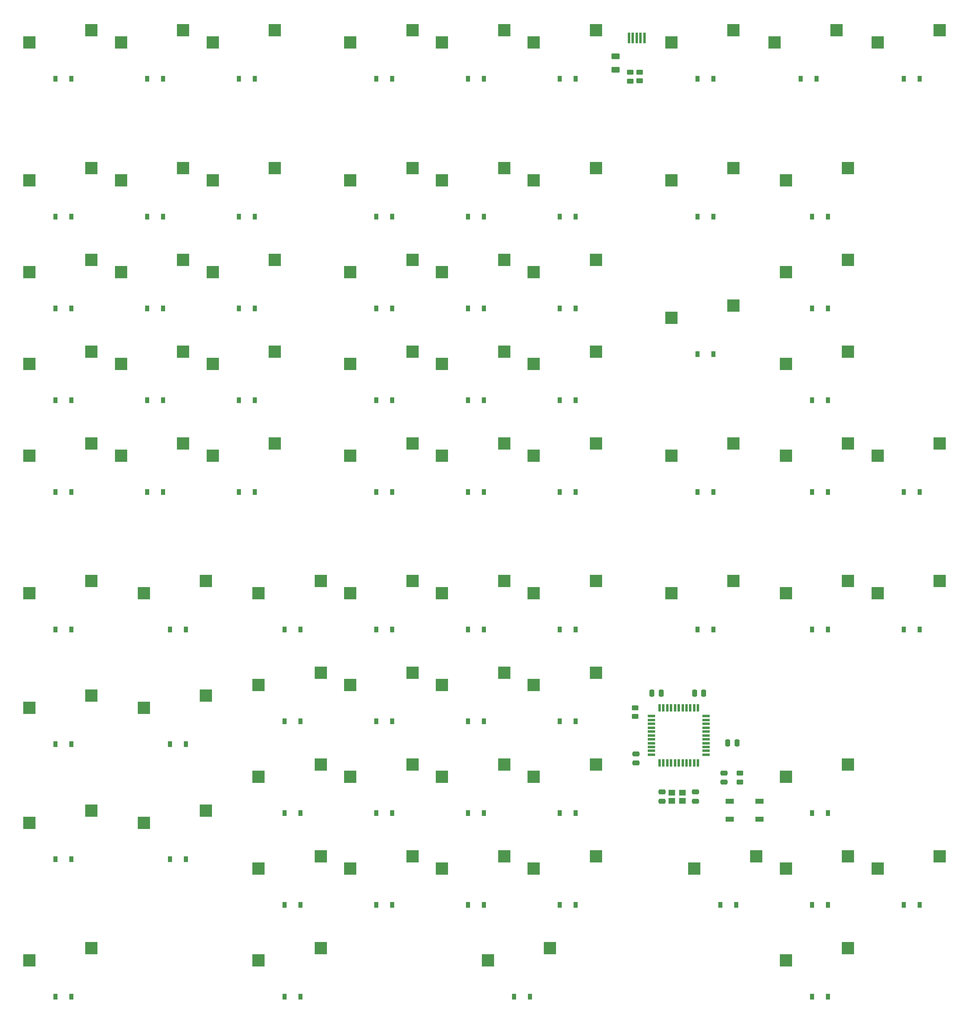
<source format=gbr>
%TF.GenerationSoftware,KiCad,Pcbnew,(6.0.11)*%
%TF.CreationDate,2023-02-04T12:28:33-08:00*%
%TF.ProjectId,MA Command Keyboard changed footprint,4d412043-6f6d-46d6-916e-64204b657962,rev?*%
%TF.SameCoordinates,Original*%
%TF.FileFunction,Paste,Bot*%
%TF.FilePolarity,Positive*%
%FSLAX46Y46*%
G04 Gerber Fmt 4.6, Leading zero omitted, Abs format (unit mm)*
G04 Created by KiCad (PCBNEW (6.0.11)) date 2023-02-04 12:28:33*
%MOMM*%
%LPD*%
G01*
G04 APERTURE LIST*
G04 Aperture macros list*
%AMRoundRect*
0 Rectangle with rounded corners*
0 $1 Rounding radius*
0 $2 $3 $4 $5 $6 $7 $8 $9 X,Y pos of 4 corners*
0 Add a 4 corners polygon primitive as box body*
4,1,4,$2,$3,$4,$5,$6,$7,$8,$9,$2,$3,0*
0 Add four circle primitives for the rounded corners*
1,1,$1+$1,$2,$3*
1,1,$1+$1,$4,$5*
1,1,$1+$1,$6,$7*
1,1,$1+$1,$8,$9*
0 Add four rect primitives between the rounded corners*
20,1,$1+$1,$2,$3,$4,$5,0*
20,1,$1+$1,$4,$5,$6,$7,0*
20,1,$1+$1,$6,$7,$8,$9,0*
20,1,$1+$1,$8,$9,$2,$3,0*%
G04 Aperture macros list end*
%ADD10RoundRect,0.250000X-0.450000X0.262500X-0.450000X-0.262500X0.450000X-0.262500X0.450000X0.262500X0*%
%ADD11R,2.550000X2.500000*%
%ADD12R,0.900000X1.200000*%
%ADD13RoundRect,0.250000X-0.475000X0.250000X-0.475000X-0.250000X0.475000X-0.250000X0.475000X0.250000X0*%
%ADD14RoundRect,0.250000X0.475000X-0.250000X0.475000X0.250000X-0.475000X0.250000X-0.475000X-0.250000X0*%
%ADD15R,1.400000X1.200000*%
%ADD16RoundRect,0.250000X-0.250000X-0.475000X0.250000X-0.475000X0.250000X0.475000X-0.250000X0.475000X0*%
%ADD17RoundRect,0.250000X0.450000X-0.262500X0.450000X0.262500X-0.450000X0.262500X-0.450000X-0.262500X0*%
%ADD18R,0.500000X2.250000*%
%ADD19RoundRect,0.250000X0.250000X0.475000X-0.250000X0.475000X-0.250000X-0.475000X0.250000X-0.475000X0*%
%ADD20RoundRect,0.250000X-0.625000X0.375000X-0.625000X-0.375000X0.625000X-0.375000X0.625000X0.375000X0*%
%ADD21R,1.500000X0.550000*%
%ADD22R,0.550000X1.500000*%
%ADD23R,1.800000X1.100000*%
G04 APERTURE END LIST*
D10*
%TO.C,R1*%
X-209300000Y-59220000D03*
X-209300000Y-61045000D03*
%TD*%
%TO.C,R2*%
X-207370000Y-61025000D03*
X-207370000Y-59200000D03*
%TD*%
D11*
%TO.C,MX74*%
X-176976100Y-224497900D03*
X-164076100Y-221957900D03*
%TD*%
%TO.C,MX73*%
X-176976100Y-243547900D03*
X-164076100Y-241007900D03*
%TD*%
%TO.C,MX72*%
X-229363600Y-224497900D03*
X-216463600Y-221957900D03*
%TD*%
%TO.C,MX71*%
X-238888600Y-243547900D03*
X-225988600Y-241007900D03*
%TD*%
%TO.C,MX70*%
X-248413600Y-224497900D03*
X-235513600Y-221957900D03*
%TD*%
%TO.C,MX69*%
X-267463600Y-224497900D03*
X-254563600Y-221957900D03*
%TD*%
%TO.C,MX68*%
X-286513600Y-224497900D03*
X-273613600Y-221957900D03*
%TD*%
%TO.C,MX67*%
X-286513600Y-243547900D03*
X-273613600Y-241007900D03*
%TD*%
%TO.C,MX66*%
X-334138600Y-243547900D03*
X-321238600Y-241007900D03*
%TD*%
%TO.C,MX65*%
X-157926100Y-224497900D03*
X-145026100Y-221957900D03*
%TD*%
%TO.C,MX64*%
X-176976100Y-205447900D03*
X-164076100Y-202907900D03*
%TD*%
%TO.C,MX63*%
X-196026100Y-224497900D03*
X-183126100Y-221957900D03*
%TD*%
%TO.C,MX62*%
X-229363600Y-205447900D03*
X-216463600Y-202907900D03*
%TD*%
%TO.C,MX61*%
X-248413600Y-205447900D03*
X-235513600Y-202907900D03*
%TD*%
%TO.C,MX60*%
X-267463600Y-205447900D03*
X-254563600Y-202907900D03*
%TD*%
%TO.C,MX59*%
X-286513600Y-205447900D03*
X-273613600Y-202907900D03*
%TD*%
%TO.C,MX58*%
X-310326100Y-214972900D03*
X-297426100Y-212432900D03*
%TD*%
%TO.C,MX57*%
X-334138600Y-214972900D03*
X-321238600Y-212432900D03*
%TD*%
%TO.C,MX56*%
X-229363600Y-186397900D03*
X-216463600Y-183857900D03*
%TD*%
%TO.C,MX55*%
X-248413600Y-186397900D03*
X-235513600Y-183857900D03*
%TD*%
%TO.C,MX54*%
X-267463600Y-186397900D03*
X-254563600Y-183857900D03*
%TD*%
%TO.C,MX53*%
X-286513600Y-186397900D03*
X-273613600Y-183857900D03*
%TD*%
%TO.C,MX52*%
X-310326100Y-191160400D03*
X-297426100Y-188620400D03*
%TD*%
%TO.C,MX51*%
X-334138600Y-191160400D03*
X-321238600Y-188620400D03*
%TD*%
%TO.C,MX50*%
X-157926100Y-167347900D03*
X-145026100Y-164807900D03*
%TD*%
%TO.C,MX49*%
X-176976100Y-167347900D03*
X-164076100Y-164807900D03*
%TD*%
%TO.C,MX48*%
X-200788600Y-167347900D03*
X-187888600Y-164807900D03*
%TD*%
%TO.C,MX47*%
X-229363600Y-167347900D03*
X-216463600Y-164807900D03*
%TD*%
%TO.C,MX46*%
X-248413600Y-167347900D03*
X-235513600Y-164807900D03*
%TD*%
%TO.C,MX45*%
X-267463600Y-167347900D03*
X-254563600Y-164807900D03*
%TD*%
%TO.C,MX44*%
X-286513600Y-167347900D03*
X-273613600Y-164807900D03*
%TD*%
%TO.C,MX43*%
X-310326100Y-167347900D03*
X-297426100Y-164807900D03*
%TD*%
%TO.C,MX42*%
X-334138600Y-167347900D03*
X-321238600Y-164807900D03*
%TD*%
%TO.C,MX41*%
X-157926100Y-138772900D03*
X-145026100Y-136232900D03*
%TD*%
%TO.C,MX40*%
X-176976100Y-138772900D03*
X-164076100Y-136232900D03*
%TD*%
%TO.C,MX39*%
X-200788600Y-138772900D03*
X-187888600Y-136232900D03*
%TD*%
%TO.C,MX38*%
X-229363600Y-138772900D03*
X-216463600Y-136232900D03*
%TD*%
%TO.C,MX37*%
X-248413600Y-138772900D03*
X-235513600Y-136232900D03*
%TD*%
%TO.C,MX36*%
X-267463600Y-138772900D03*
X-254563600Y-136232900D03*
%TD*%
%TO.C,MX35*%
X-296038600Y-138772900D03*
X-283138600Y-136232900D03*
%TD*%
%TO.C,MX34*%
X-315088600Y-138772900D03*
X-302188600Y-136232900D03*
%TD*%
%TO.C,MX33*%
X-334138600Y-138772900D03*
X-321238600Y-136232900D03*
%TD*%
%TO.C,MX32*%
X-176976100Y-119722900D03*
X-164076100Y-117182900D03*
%TD*%
%TO.C,MX31*%
X-200788600Y-110197900D03*
X-187888600Y-107657900D03*
%TD*%
%TO.C,MX30*%
X-229363600Y-119722900D03*
X-216463600Y-117182900D03*
%TD*%
%TO.C,MX29*%
X-248413600Y-119722900D03*
X-235513600Y-117182900D03*
%TD*%
%TO.C,MX28*%
X-267463600Y-119722900D03*
X-254563600Y-117182900D03*
%TD*%
%TO.C,MX27*%
X-296038600Y-119722900D03*
X-283138600Y-117182900D03*
%TD*%
%TO.C,MX26*%
X-315088600Y-119722900D03*
X-302188600Y-117182900D03*
%TD*%
%TO.C,MX25*%
X-334138600Y-119722900D03*
X-321238600Y-117182900D03*
%TD*%
%TO.C,MX24*%
X-176976100Y-100672900D03*
X-164076100Y-98132900D03*
%TD*%
%TO.C,MX23*%
X-229363600Y-100672900D03*
X-216463600Y-98132900D03*
%TD*%
%TO.C,MX22*%
X-248413600Y-100672900D03*
X-235513600Y-98132900D03*
%TD*%
%TO.C,MX21*%
X-267463600Y-100672900D03*
X-254563600Y-98132900D03*
%TD*%
%TO.C,MX20*%
X-296038600Y-100672900D03*
X-283138600Y-98132900D03*
%TD*%
%TO.C,MX19*%
X-315088600Y-100672900D03*
X-302188600Y-98132900D03*
%TD*%
%TO.C,MX18*%
X-334138600Y-100672900D03*
X-321238600Y-98132900D03*
%TD*%
%TO.C,MX17*%
X-176976100Y-81622900D03*
X-164076100Y-79082900D03*
%TD*%
%TO.C,MX16*%
X-200788600Y-81622900D03*
X-187888600Y-79082900D03*
%TD*%
%TO.C,MX15*%
X-229363600Y-81622900D03*
X-216463600Y-79082900D03*
%TD*%
%TO.C,MX14*%
X-248413600Y-81622900D03*
X-235513600Y-79082900D03*
%TD*%
%TO.C,MX13*%
X-267463600Y-81622900D03*
X-254563600Y-79082900D03*
%TD*%
%TO.C,MX12*%
X-296038600Y-81622900D03*
X-283138600Y-79082900D03*
%TD*%
%TO.C,MX11*%
X-315088600Y-81622900D03*
X-302188600Y-79082900D03*
%TD*%
%TO.C,MX10*%
X-334138600Y-81622900D03*
X-321238600Y-79082900D03*
%TD*%
%TO.C,MX9*%
X-157926100Y-53047900D03*
X-145026100Y-50507900D03*
%TD*%
%TO.C,MX8*%
X-179357350Y-53047900D03*
X-166457350Y-50507900D03*
%TD*%
%TO.C,MX7*%
X-200788600Y-53047900D03*
X-187888600Y-50507900D03*
%TD*%
%TO.C,MX6*%
X-229363600Y-53047900D03*
X-216463600Y-50507900D03*
%TD*%
%TO.C,MX5*%
X-248413600Y-53047900D03*
X-235513600Y-50507900D03*
%TD*%
%TO.C,MX4*%
X-267463600Y-53047900D03*
X-254563600Y-50507900D03*
%TD*%
%TO.C,MX3*%
X-296038600Y-53047900D03*
X-283138600Y-50507900D03*
%TD*%
%TO.C,MX2*%
X-315088600Y-53047900D03*
X-302188600Y-50507900D03*
%TD*%
%TO.C,MX1*%
X-334138600Y-53047900D03*
X-321238600Y-50507900D03*
%TD*%
D12*
%TO.C,D24*%
X-171566500Y-108204000D03*
X-168266500Y-108204000D03*
%TD*%
%TO.C,D53*%
X-281104000Y-193929000D03*
X-277804000Y-193929000D03*
%TD*%
%TO.C,D29*%
X-243004000Y-127254000D03*
X-239704000Y-127254000D03*
%TD*%
D13*
%TO.C,C5*%
X-208131250Y-200662500D03*
X-208131250Y-202562500D03*
%TD*%
D12*
%TO.C,D6*%
X-223954000Y-60579000D03*
X-220654000Y-60579000D03*
%TD*%
D14*
%TO.C,C1*%
X-202680000Y-210480000D03*
X-202680000Y-208580000D03*
%TD*%
D15*
%TO.C,Y1*%
X-200641500Y-208700000D03*
X-198441500Y-208700000D03*
X-198441500Y-210400000D03*
X-200641500Y-210400000D03*
%TD*%
D12*
%TO.C,D33*%
X-328729000Y-146304000D03*
X-325429000Y-146304000D03*
%TD*%
%TO.C,D13*%
X-262054000Y-89154000D03*
X-258754000Y-89154000D03*
%TD*%
%TO.C,D11*%
X-309679000Y-89154000D03*
X-306379000Y-89154000D03*
%TD*%
%TO.C,D9*%
X-152516500Y-60579000D03*
X-149216500Y-60579000D03*
%TD*%
%TO.C,D19*%
X-309679000Y-108204000D03*
X-306379000Y-108204000D03*
%TD*%
%TO.C,D52*%
X-304916500Y-198691500D03*
X-301616500Y-198691500D03*
%TD*%
D16*
%TO.C,C4*%
X-204786252Y-188060000D03*
X-202886252Y-188060000D03*
%TD*%
D17*
%TO.C,R3*%
X-186531250Y-206493750D03*
X-186531250Y-204668750D03*
%TD*%
D12*
%TO.C,D8*%
X-173947750Y-60579000D03*
X-170647750Y-60579000D03*
%TD*%
%TO.C,D73*%
X-171566500Y-251079000D03*
X-168266500Y-251079000D03*
%TD*%
%TO.C,D39*%
X-195379000Y-146304000D03*
X-192079000Y-146304000D03*
%TD*%
%TO.C,D59*%
X-281104000Y-212979000D03*
X-277804000Y-212979000D03*
%TD*%
%TO.C,D34*%
X-309679000Y-146304000D03*
X-306379000Y-146304000D03*
%TD*%
%TO.C,D54*%
X-262054000Y-193929000D03*
X-258754000Y-193929000D03*
%TD*%
%TO.C,D15*%
X-223954000Y-89154000D03*
X-220654000Y-89154000D03*
%TD*%
%TO.C,D63*%
X-190616500Y-232029000D03*
X-187316500Y-232029000D03*
%TD*%
%TO.C,D36*%
X-262054000Y-146304000D03*
X-258754000Y-146304000D03*
%TD*%
%TO.C,D62*%
X-223954000Y-212979000D03*
X-220654000Y-212979000D03*
%TD*%
D18*
%TO.C,USB1*%
X-206362500Y-52125000D03*
X-207162500Y-52125000D03*
X-207962500Y-52125000D03*
X-208762500Y-52125000D03*
X-209562500Y-52125000D03*
%TD*%
D12*
%TO.C,D31*%
X-195379000Y-117729000D03*
X-192079000Y-117729000D03*
%TD*%
%TO.C,D22*%
X-243004000Y-108204000D03*
X-239704000Y-108204000D03*
%TD*%
%TO.C,D17*%
X-171566500Y-89154000D03*
X-168266500Y-89154000D03*
%TD*%
%TO.C,D14*%
X-243004000Y-89154000D03*
X-239704000Y-89154000D03*
%TD*%
%TO.C,D4*%
X-262054000Y-60579000D03*
X-258754000Y-60579000D03*
%TD*%
D13*
%TO.C,C2*%
X-195800000Y-210500000D03*
X-195800000Y-208600000D03*
%TD*%
D12*
%TO.C,D3*%
X-290629000Y-60579000D03*
X-287329000Y-60579000D03*
%TD*%
%TO.C,D23*%
X-223954000Y-108204000D03*
X-220654000Y-108204000D03*
%TD*%
%TO.C,D43*%
X-304916500Y-174879000D03*
X-301616500Y-174879000D03*
%TD*%
%TO.C,D51*%
X-328729000Y-198691500D03*
X-325429000Y-198691500D03*
%TD*%
%TO.C,D64*%
X-171566500Y-212979000D03*
X-168266500Y-212979000D03*
%TD*%
%TO.C,D55*%
X-243004000Y-193929000D03*
X-239704000Y-193929000D03*
%TD*%
%TO.C,D61*%
X-243004000Y-212979000D03*
X-239704000Y-212979000D03*
%TD*%
%TO.C,D70*%
X-243004000Y-232029000D03*
X-239704000Y-232029000D03*
%TD*%
%TO.C,D28*%
X-262054000Y-127254000D03*
X-258754000Y-127254000D03*
%TD*%
%TO.C,D21*%
X-262054000Y-108204000D03*
X-258754000Y-108204000D03*
%TD*%
%TO.C,D44*%
X-281104000Y-174879000D03*
X-277804000Y-174879000D03*
%TD*%
%TO.C,D40*%
X-171566500Y-146304000D03*
X-168266500Y-146304000D03*
%TD*%
%TO.C,D41*%
X-152516500Y-146304000D03*
X-149216500Y-146304000D03*
%TD*%
%TO.C,D7*%
X-195379000Y-60579000D03*
X-192079000Y-60579000D03*
%TD*%
%TO.C,D65*%
X-152516500Y-232029000D03*
X-149216500Y-232029000D03*
%TD*%
%TO.C,D69*%
X-262054000Y-232029000D03*
X-258754000Y-232029000D03*
%TD*%
%TO.C,D18*%
X-328729000Y-108204000D03*
X-325429000Y-108204000D03*
%TD*%
%TO.C,D26*%
X-309679000Y-127254000D03*
X-306379000Y-127254000D03*
%TD*%
D13*
%TO.C,C6*%
X-189875000Y-204631250D03*
X-189875000Y-206531250D03*
%TD*%
D12*
%TO.C,D71*%
X-233479000Y-251079000D03*
X-230179000Y-251079000D03*
%TD*%
%TO.C,D47*%
X-223954000Y-174879000D03*
X-220654000Y-174879000D03*
%TD*%
%TO.C,D25*%
X-328729000Y-127254000D03*
X-325429000Y-127254000D03*
%TD*%
%TO.C,D5*%
X-243004000Y-60579000D03*
X-239704000Y-60579000D03*
%TD*%
%TO.C,D20*%
X-290629000Y-108204000D03*
X-287329000Y-108204000D03*
%TD*%
D19*
%TO.C,C7*%
X-194051248Y-188060000D03*
X-195951248Y-188060000D03*
%TD*%
D12*
%TO.C,D42*%
X-328729000Y-174879000D03*
X-325429000Y-174879000D03*
%TD*%
D20*
%TO.C,F1*%
X-212344000Y-58737500D03*
X-212344000Y-55937500D03*
%TD*%
D12*
%TO.C,D66*%
X-328729000Y-251079000D03*
X-325429000Y-251079000D03*
%TD*%
%TO.C,D46*%
X-243004000Y-174879000D03*
X-239704000Y-174879000D03*
%TD*%
%TO.C,D50*%
X-152516500Y-174879000D03*
X-149216500Y-174879000D03*
%TD*%
%TO.C,D58*%
X-304916500Y-222504000D03*
X-301616500Y-222504000D03*
%TD*%
%TO.C,D45*%
X-262054000Y-174879000D03*
X-258754000Y-174879000D03*
%TD*%
%TO.C,D74*%
X-171566500Y-232029000D03*
X-168266500Y-232029000D03*
%TD*%
%TO.C,D72*%
X-223954000Y-232029000D03*
X-220654000Y-232029000D03*
%TD*%
D17*
%TO.C,R4*%
X-208280000Y-191111500D03*
X-208280000Y-192936500D03*
%TD*%
D12*
%TO.C,D37*%
X-243004000Y-146304000D03*
X-239704000Y-146304000D03*
%TD*%
%TO.C,D1*%
X-328729000Y-60579000D03*
X-325429000Y-60579000D03*
%TD*%
%TO.C,D48*%
X-195379000Y-174879000D03*
X-192079000Y-174879000D03*
%TD*%
D21*
%TO.C,U1*%
X-193531250Y-192850000D03*
X-193531250Y-193650000D03*
X-193531250Y-194450000D03*
X-193531250Y-195250000D03*
X-193531250Y-196050000D03*
X-193531250Y-196850000D03*
X-193531250Y-197650000D03*
X-193531250Y-198450000D03*
X-193531250Y-199250000D03*
X-193531250Y-200050000D03*
X-193531250Y-200850000D03*
D22*
X-195231250Y-202550000D03*
X-196031250Y-202550000D03*
X-196831250Y-202550000D03*
X-197631250Y-202550000D03*
X-198431250Y-202550000D03*
X-199231250Y-202550000D03*
X-200031250Y-202550000D03*
X-200831250Y-202550000D03*
X-201631250Y-202550000D03*
X-202431250Y-202550000D03*
X-203231250Y-202550000D03*
D21*
X-204931250Y-200850000D03*
X-204931250Y-200050000D03*
X-204931250Y-199250000D03*
X-204931250Y-198450000D03*
X-204931250Y-197650000D03*
X-204931250Y-196850000D03*
X-204931250Y-196050000D03*
X-204931250Y-195250000D03*
X-204931250Y-194450000D03*
X-204931250Y-193650000D03*
X-204931250Y-192850000D03*
D22*
X-203231250Y-191150000D03*
X-202431250Y-191150000D03*
X-201631250Y-191150000D03*
X-200831250Y-191150000D03*
X-200031250Y-191150000D03*
X-199231250Y-191150000D03*
X-198431250Y-191150000D03*
X-197631250Y-191150000D03*
X-196831250Y-191150000D03*
X-196031250Y-191150000D03*
X-195231250Y-191150000D03*
%TD*%
D12*
%TO.C,D30*%
X-223954000Y-127254000D03*
X-220654000Y-127254000D03*
%TD*%
%TO.C,D56*%
X-223954000Y-193929000D03*
X-220654000Y-193929000D03*
%TD*%
%TO.C,D49*%
X-171566500Y-174879000D03*
X-168266500Y-174879000D03*
%TD*%
%TO.C,D27*%
X-290629000Y-127254000D03*
X-287329000Y-127254000D03*
%TD*%
%TO.C,D2*%
X-309679000Y-60579000D03*
X-306379000Y-60579000D03*
%TD*%
%TO.C,D38*%
X-223954000Y-146304000D03*
X-220654000Y-146304000D03*
%TD*%
%TO.C,D32*%
X-171566500Y-127254000D03*
X-168266500Y-127254000D03*
%TD*%
%TO.C,D67*%
X-281104000Y-251079000D03*
X-277804000Y-251079000D03*
%TD*%
D16*
%TO.C,C3*%
X-189068750Y-198437500D03*
X-187168750Y-198437500D03*
%TD*%
D23*
%TO.C,SW1*%
X-188660000Y-214200000D03*
X-182460000Y-210500000D03*
X-188660000Y-210500000D03*
X-182460000Y-214200000D03*
%TD*%
D12*
%TO.C,D12*%
X-290629000Y-89154000D03*
X-287329000Y-89154000D03*
%TD*%
%TO.C,D10*%
X-328729000Y-89154000D03*
X-325429000Y-89154000D03*
%TD*%
%TO.C,D60*%
X-262054000Y-212979000D03*
X-258754000Y-212979000D03*
%TD*%
%TO.C,D35*%
X-290629000Y-146304000D03*
X-287329000Y-146304000D03*
%TD*%
%TO.C,D57*%
X-328729000Y-222504000D03*
X-325429000Y-222504000D03*
%TD*%
%TO.C,D16*%
X-195379000Y-89154000D03*
X-192079000Y-89154000D03*
%TD*%
%TO.C,D68*%
X-281104000Y-232029000D03*
X-277804000Y-232029000D03*
%TD*%
M02*

</source>
